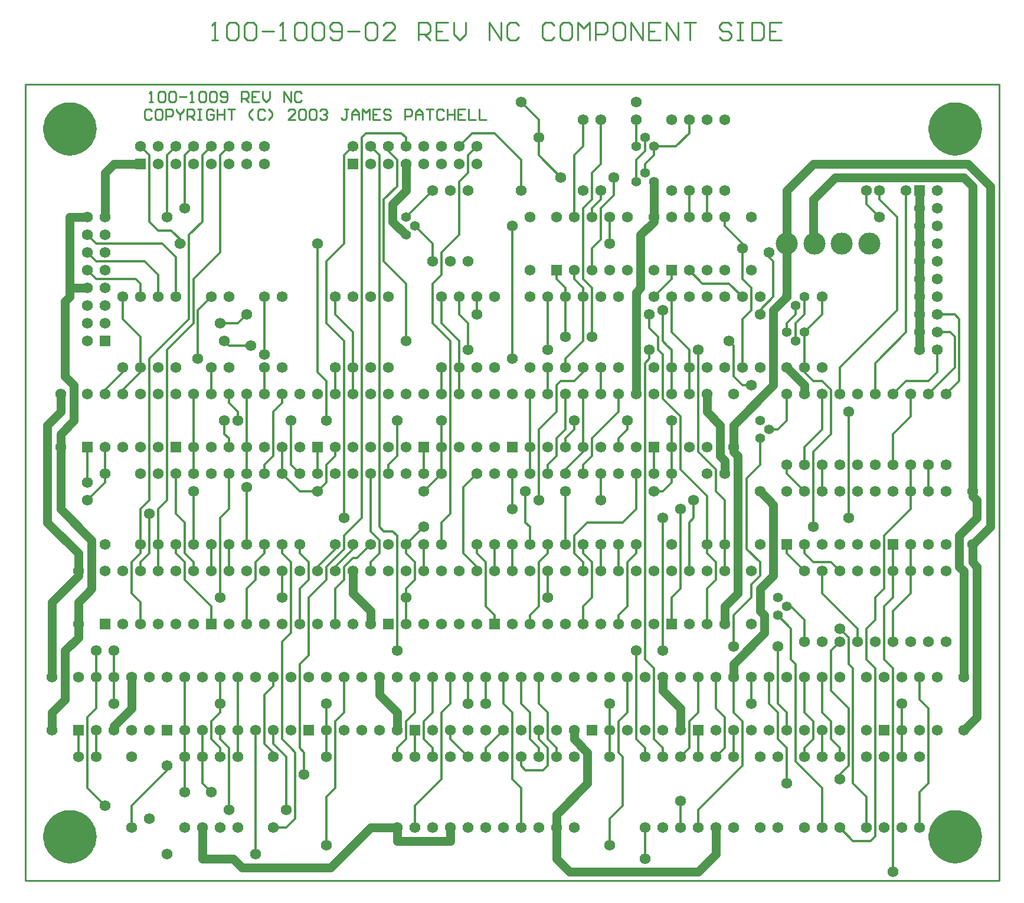
<source format=gtl>
*%FSLAX23Y23*%
*%MOIN*%
G01*
%ADD11C,0.006*%
%ADD12C,0.007*%
%ADD13C,0.008*%
%ADD14C,0.010*%
%ADD15C,0.012*%
%ADD16C,0.020*%
%ADD17C,0.032*%
%ADD18C,0.036*%
%ADD19C,0.050*%
%ADD20C,0.052*%
%ADD21C,0.055*%
%ADD22C,0.056*%
%ADD23C,0.059*%
%ADD24C,0.062*%
%ADD25C,0.066*%
%ADD26C,0.070*%
%ADD27C,0.090*%
%ADD28C,0.125*%
%ADD29C,0.129*%
%ADD30C,0.140*%
%ADD31C,0.160*%
%ADD32C,0.250*%
%ADD33R,0.062X0.062*%
%ADD34R,0.066X0.066*%
D14*
X7534Y9853D02*
X7524Y9863D01*
X7504D01*
X7494Y9853D01*
Y9813D01*
X7504Y9803D01*
X7524D01*
X7534Y9813D01*
X7564Y9863D02*
X7584D01*
X7564D02*
X7554Y9853D01*
Y9813D01*
X7564Y9803D01*
X7584D01*
X7594Y9813D01*
Y9853D01*
X7584Y9863D01*
X7614D02*
Y9803D01*
Y9863D02*
X7644D01*
X7654Y9853D01*
Y9833D01*
X7644Y9823D01*
X7614D01*
X7674Y9853D02*
Y9863D01*
Y9853D02*
X7694Y9833D01*
X7714Y9853D01*
Y9863D01*
X7694Y9833D02*
Y9803D01*
X7734D02*
Y9863D01*
X7764D01*
X7774Y9853D01*
Y9833D01*
X7764Y9823D01*
X7734D01*
X7754D02*
X7774Y9803D01*
X7794Y9863D02*
X7814D01*
X7804D01*
Y9803D01*
X7794D01*
X7814D01*
X7874Y9863D02*
X7884Y9853D01*
X7874Y9863D02*
X7854D01*
X7844Y9853D01*
Y9813D01*
X7854Y9803D01*
X7874D01*
X7884Y9813D01*
Y9833D01*
X7864D01*
X7904Y9863D02*
Y9803D01*
Y9833D01*
X7944D01*
Y9863D01*
Y9803D01*
X7964Y9863D02*
X8004D01*
X7984D01*
Y9803D01*
X8084Y9823D02*
X8104Y9803D01*
X8084Y9823D02*
Y9843D01*
X8104Y9863D01*
X8164D02*
X8174Y9853D01*
X8164Y9863D02*
X8144D01*
X8134Y9853D01*
Y9813D01*
X8144Y9803D01*
X8164D01*
X8174Y9813D01*
X8194Y9803D02*
X8214Y9823D01*
Y9843D01*
X8194Y9863D01*
X8304Y9803D02*
X8344D01*
X8304D02*
X8344Y9843D01*
Y9853D01*
X8334Y9863D01*
X8314D01*
X8304Y9853D01*
X8364D02*
X8374Y9863D01*
X8394D01*
X8404Y9853D01*
Y9813D01*
X8394Y9803D01*
X8374D01*
X8364Y9813D01*
Y9853D01*
X8424D02*
X8434Y9863D01*
X8454D01*
X8464Y9853D01*
Y9813D01*
X8454Y9803D01*
X8434D01*
X8424Y9813D01*
Y9853D01*
X8484D02*
X8494Y9863D01*
X8514D01*
X8524Y9853D01*
Y9843D01*
X8525D01*
X8524D02*
X8525D01*
X8524D02*
X8525D01*
X8524D02*
X8514Y9833D01*
X8504D01*
X8514D01*
X8524Y9823D01*
Y9813D01*
X8514Y9803D01*
X8494D01*
X8484Y9813D01*
X8624Y9863D02*
X8644D01*
X8634D02*
X8624D01*
X8634D02*
Y9813D01*
X8624Y9803D01*
X8614D01*
X8604Y9813D01*
X8664Y9803D02*
Y9843D01*
X8684Y9863D01*
X8704Y9843D01*
Y9803D01*
Y9833D01*
X8664D01*
X8724Y9803D02*
Y9863D01*
X8744Y9843D01*
X8764Y9863D01*
Y9803D01*
X8784Y9863D02*
X8824D01*
X8784D02*
Y9803D01*
X8824D01*
X8804Y9833D02*
X8784D01*
X8874Y9863D02*
X8884Y9853D01*
X8874Y9863D02*
X8854D01*
X8844Y9853D01*
Y9843D01*
X8854Y9833D01*
X8874D01*
X8884Y9823D01*
Y9813D01*
X8874Y9803D01*
X8854D01*
X8844Y9813D01*
X8964Y9803D02*
Y9863D01*
X8994D01*
X9004Y9853D01*
Y9833D01*
X8994Y9823D01*
X8964D01*
X9024Y9803D02*
Y9843D01*
X9043Y9863D01*
X9063Y9843D01*
Y9803D01*
Y9833D01*
X9024D01*
X9083Y9863D02*
X9123D01*
X9103D01*
Y9803D01*
X9173Y9863D02*
X9183Y9853D01*
X9173Y9863D02*
X9153D01*
X9143Y9853D01*
Y9813D01*
X9153Y9803D01*
X9173D01*
X9183Y9813D01*
X9203Y9803D02*
Y9863D01*
Y9833D02*
Y9803D01*
Y9833D02*
X9243D01*
Y9863D01*
Y9803D01*
X9263Y9863D02*
X9303D01*
X9263D02*
Y9803D01*
X9303D01*
X9283Y9833D02*
X9263D01*
X9323Y9863D02*
Y9803D01*
X9363D01*
X9383D02*
Y9863D01*
Y9803D02*
X9423D01*
X7539Y9903D02*
X7519D01*
X7529D02*
X7539D01*
X7529D02*
Y9963D01*
X7530D01*
X7529D02*
X7519Y9953D01*
X7569D02*
X7579Y9963D01*
X7599D01*
X7609Y9953D01*
Y9913D01*
X7599Y9903D01*
X7579D01*
X7569Y9913D01*
Y9953D01*
X7629D02*
X7639Y9963D01*
X7659D01*
X7669Y9953D01*
Y9913D01*
X7659Y9903D01*
X7639D01*
X7629Y9913D01*
Y9953D01*
X7689Y9933D02*
X7729D01*
X7749Y9903D02*
X7769D01*
X7759D01*
Y9963D01*
X7760D01*
X7759D02*
X7749Y9953D01*
X7799D02*
X7809Y9963D01*
X7829D01*
X7839Y9953D01*
Y9913D01*
X7829Y9903D01*
X7809D01*
X7799Y9913D01*
Y9953D01*
X7859D02*
X7869Y9963D01*
X7889D01*
X7899Y9953D01*
Y9913D01*
X7889Y9903D01*
X7869D01*
X7859Y9913D01*
Y9953D01*
X7919Y9913D02*
X7929Y9903D01*
X7949D01*
X7959Y9913D01*
Y9953D01*
X7949Y9963D01*
X7929D01*
X7919Y9953D01*
Y9943D01*
X7929Y9933D01*
X7959D01*
X8039Y9903D02*
Y9963D01*
X8069D01*
X8079Y9953D01*
Y9933D01*
X8069Y9923D01*
X8039D01*
X8059D02*
X8079Y9903D01*
X8099Y9963D02*
X8139D01*
X8099D02*
Y9903D01*
X8139D01*
X8119Y9933D02*
X8099D01*
X8159Y9923D02*
Y9963D01*
Y9923D02*
X8179Y9903D01*
X8199Y9923D01*
Y9963D01*
X8279D02*
Y9903D01*
X8319D02*
X8279Y9963D01*
X8319D02*
Y9903D01*
X8379Y9953D02*
X8369Y9963D01*
X8349D01*
X8339Y9953D01*
Y9913D01*
X8349Y9903D01*
X8369D01*
X8379Y9913D01*
X7907Y10253D02*
X7874D01*
X7891D02*
X7907D01*
X7891D02*
Y10353D01*
X7892D01*
X7891D02*
X7874Y10336D01*
X7957D02*
X7974Y10353D01*
X8007D01*
X8024Y10336D01*
Y10270D01*
X8007Y10253D01*
X7974D01*
X7957Y10270D01*
Y10336D01*
X8057D02*
X8074Y10353D01*
X8107D01*
X8124Y10336D01*
Y10270D01*
X8107Y10253D01*
X8074D01*
X8057Y10270D01*
Y10336D01*
X8157Y10303D02*
X8224D01*
X8257Y10253D02*
X8291D01*
X8274D01*
Y10353D01*
X8275D01*
X8274D02*
X8257Y10336D01*
X8341D02*
X8357Y10353D01*
X8390D01*
X8407Y10336D01*
Y10270D01*
X8390Y10253D01*
X8357D01*
X8341Y10270D01*
Y10336D01*
X8440D02*
X8457Y10353D01*
X8490D01*
X8507Y10336D01*
Y10270D01*
X8490Y10253D01*
X8457D01*
X8440Y10270D01*
Y10336D01*
X8540Y10270D02*
X8557Y10253D01*
X8590D01*
X8607Y10270D01*
Y10336D01*
X8590Y10353D01*
X8557D01*
X8540Y10336D01*
Y10320D01*
X8557Y10303D01*
X8607D01*
X8640D02*
X8707D01*
X8740Y10336D02*
X8757Y10353D01*
X8790D01*
X8807Y10336D01*
Y10270D01*
X8790Y10253D01*
X8757D01*
X8740Y10270D01*
Y10336D01*
X8840Y10253D02*
X8907D01*
X8840D02*
X8907Y10320D01*
Y10336D01*
X8890Y10353D01*
X8857D01*
X8840Y10336D01*
X9040Y10353D02*
Y10253D01*
Y10353D02*
X9090D01*
X9107Y10336D01*
Y10303D01*
X9090Y10286D01*
X9040D01*
X9074D02*
X9107Y10253D01*
X9140Y10353D02*
X9207D01*
X9140D02*
Y10253D01*
X9207D01*
X9174Y10303D02*
X9140D01*
X9240Y10286D02*
Y10353D01*
Y10286D02*
X9274Y10253D01*
X9307Y10286D01*
Y10353D01*
X9440D02*
Y10253D01*
X9507D02*
X9440Y10353D01*
X9507D02*
Y10253D01*
X9607Y10336D02*
X9590Y10353D01*
X9557D01*
X9540Y10336D01*
Y10270D01*
X9557Y10253D01*
X9590D01*
X9607Y10270D01*
X9790Y10353D02*
X9807Y10336D01*
X9790Y10353D02*
X9757D01*
X9740Y10336D01*
Y10270D01*
X9757Y10253D01*
X9790D01*
X9807Y10270D01*
X9857Y10353D02*
X9890D01*
X9857D02*
X9840Y10336D01*
Y10270D01*
X9857Y10253D01*
X9890D01*
X9907Y10270D01*
Y10336D01*
X9890Y10353D01*
X9940D02*
Y10253D01*
X9973Y10320D02*
X9940Y10353D01*
X9973Y10320D02*
X10007Y10353D01*
Y10253D01*
X10040D02*
Y10353D01*
X10090D01*
X10107Y10336D01*
Y10303D01*
X10090Y10286D01*
X10040D01*
X10157Y10353D02*
X10190D01*
X10157D02*
X10140Y10336D01*
Y10270D01*
X10157Y10253D01*
X10190D01*
X10207Y10270D01*
Y10336D01*
X10190Y10353D01*
X10240D02*
Y10253D01*
X10307D02*
X10240Y10353D01*
X10307D02*
Y10253D01*
X10340Y10353D02*
X10407D01*
X10340D02*
Y10253D01*
X10407D01*
X10373Y10303D02*
X10340D01*
X10440Y10253D02*
Y10353D01*
X10506Y10253D01*
Y10353D01*
X10540D02*
X10606D01*
X10573D01*
Y10253D01*
X10790Y10353D02*
X10806Y10336D01*
X10790Y10353D02*
X10756D01*
X10740Y10336D01*
Y10320D01*
X10756Y10303D01*
X10790D01*
X10806Y10286D01*
Y10270D01*
X10790Y10253D01*
X10756D01*
X10740Y10270D01*
X10840Y10353D02*
X10873D01*
X10856D01*
Y10253D01*
X10840D01*
X10873D01*
X10923D02*
Y10353D01*
Y10253D02*
X10973D01*
X10990Y10270D01*
Y10336D01*
X10973Y10353D01*
X10923D01*
X11023D02*
X11090D01*
X11023D02*
Y10253D01*
X11090D01*
X11056Y10303D02*
X11023D01*
X12319Y5503D02*
X6819D01*
Y10003D02*
X12319D01*
Y5503D01*
X6819D02*
Y10003D01*
D15*
X7619Y6128D02*
X7419Y5928D01*
X11669Y7453D02*
X11819Y7603D01*
X11919Y8253D02*
X12069Y8403D01*
X10169Y8153D02*
X10019Y8003D01*
X7744Y8678D02*
X7519Y8453D01*
X7619Y8503D02*
X7769Y8653D01*
Y8903D02*
X7894Y9028D01*
X11619Y8428D02*
X11794Y8603D01*
X11744Y8728D02*
X11419Y8403D01*
X9119Y9403D02*
X8969Y9253D01*
X9169Y6078D02*
X9019Y5928D01*
X10619Y5903D02*
X10869Y6153D01*
X11519Y6928D02*
X11319Y7128D01*
X11169Y6178D02*
X11319Y6028D01*
X7869Y7053D02*
X7719Y7203D01*
X10519Y7828D02*
X10669Y7678D01*
X9844Y9478D02*
X9719Y9603D01*
X9619Y9578D02*
X9469Y9728D01*
X8844Y9003D02*
X8969Y8878D01*
X8294Y5803D02*
X8219D01*
X11494Y5728D02*
X11594D01*
X7119Y6203D02*
Y6353D01*
X7169Y6428D02*
Y6028D01*
Y7753D02*
Y7953D01*
X7219Y6478D02*
X7169Y6428D01*
Y7653D02*
X7269Y7753D01*
X7169Y6028D02*
X7269Y5928D01*
X7219Y9103D02*
X7169Y9153D01*
Y9053D02*
X7219Y9003D01*
X7169Y8953D02*
X7219Y8903D01*
Y6353D02*
Y6203D01*
X7319Y6653D02*
Y6803D01*
Y6653D02*
Y6503D01*
X7219Y6653D02*
Y6803D01*
Y6653D02*
Y6478D01*
X7369Y8253D02*
Y8278D01*
Y8378D02*
Y8403D01*
X7269Y8278D02*
Y8253D01*
X7369Y8678D02*
Y8803D01*
X7269Y7953D02*
Y7803D01*
Y7753D01*
X7369Y8278D02*
X7469Y8378D01*
X7369D02*
X7269Y8278D01*
X7469Y8578D02*
X7369Y8678D01*
X9644Y6128D02*
X9744D01*
X7419Y5928D02*
Y5803D01*
X7469Y8378D02*
Y8403D01*
Y8578D01*
X7569Y8803D02*
Y8928D01*
X7469Y8878D02*
Y8803D01*
X7419Y7303D02*
Y7128D01*
X7469Y7078D02*
Y6953D01*
X7519Y7653D02*
Y8453D01*
X7469Y7403D02*
Y7353D01*
Y7403D02*
Y7603D01*
X7569Y7403D02*
Y7253D01*
Y7403D02*
Y7603D01*
X7519Y7578D02*
Y7353D01*
X7469Y7303D02*
Y7253D01*
X7519Y9228D02*
Y9603D01*
X7469Y7353D02*
X7419Y7303D01*
X7469Y7603D02*
X7519Y7653D01*
X7569Y7603D02*
X7619Y7653D01*
X7519Y7353D02*
X7469Y7303D01*
X7569Y8928D02*
X7494Y9003D01*
X7444Y8903D02*
X7469Y8878D01*
X7419Y7128D02*
X7469Y7078D01*
X7544Y9203D02*
X7519Y9228D01*
X7544Y9203D02*
X7569Y9178D01*
X7519Y9603D02*
X7469Y9653D01*
X7619Y6153D02*
Y6128D01*
X7719Y6353D02*
Y6653D01*
Y6353D02*
Y6203D01*
Y6003D01*
X7769Y7953D02*
Y8253D01*
Y7953D02*
Y7803D01*
X7669Y8803D02*
Y9028D01*
X7744Y9153D02*
Y8678D01*
X7619Y8503D02*
Y7653D01*
X7769Y8653D02*
Y8903D01*
Y7703D02*
Y7403D01*
X7719Y7303D02*
Y7203D01*
X7669Y7353D02*
Y7403D01*
X7719Y9303D02*
Y9603D01*
X7619D02*
Y9253D01*
X7669Y7803D02*
Y7578D01*
X7719Y7528D02*
Y7353D01*
X7769Y7303D02*
Y7253D01*
X7744Y9153D02*
X7819Y9228D01*
X7719Y9603D02*
X7769Y9653D01*
X7669D02*
X7619Y9603D01*
Y9078D02*
X7669Y9028D01*
X7619Y9078D02*
X7594Y9103D01*
X7669Y7353D02*
X7719Y7303D01*
Y9103D02*
X7644Y9178D01*
X7669Y7578D02*
X7719Y7528D01*
Y7353D02*
X7769Y7303D01*
X7919Y6653D02*
Y6503D01*
X7969Y6253D02*
Y5903D01*
X7919Y6303D02*
Y6353D01*
X7869Y6303D02*
Y6403D01*
X7919Y6453D02*
Y6503D01*
Y6253D02*
Y6203D01*
X7819D02*
Y6353D01*
Y6203D02*
Y6053D01*
X7969Y7253D02*
Y7403D01*
X7869D02*
Y7253D01*
Y8253D02*
Y8403D01*
X7794Y8453D02*
Y8728D01*
X7819Y9228D02*
Y9603D01*
X7919D02*
Y9053D01*
Y7553D02*
Y7103D01*
X7969Y7603D02*
Y7803D01*
X7869Y7053D02*
Y6953D01*
X7969Y8203D02*
Y8253D01*
Y8003D02*
Y7953D01*
X7944Y8028D02*
Y8103D01*
X7919Y6453D02*
X7869Y6403D01*
X7794Y8728D02*
X7869Y8803D01*
X7819Y9603D02*
X7869Y9653D01*
X7919Y9053D02*
X7894Y9028D01*
X7919Y9603D02*
X7969Y9653D01*
Y7603D02*
X7919Y7553D01*
Y6303D02*
X7969Y6253D01*
X7919D02*
X7869Y6303D01*
X7819Y6053D02*
X7869Y6003D01*
X7969Y8528D02*
X7944Y8553D01*
X7969Y8203D02*
X8019Y8153D01*
X7944Y8028D02*
X7969Y8003D01*
X8019Y6353D02*
Y6203D01*
Y6353D02*
Y6653D01*
X8119Y6353D02*
Y5653D01*
Y7203D02*
Y7303D01*
X8069Y7153D02*
Y6953D01*
Y7953D02*
Y8253D01*
Y7953D02*
Y7803D01*
Y7728D02*
Y7403D01*
X8019Y8103D02*
Y8153D01*
X8169Y7353D02*
X8119Y7303D01*
Y7203D02*
X8069Y7153D01*
X8019Y8653D02*
X8044Y8678D01*
X8069Y8703D01*
X8294Y6203D02*
Y5903D01*
X8219Y6278D02*
Y6353D01*
X8169Y6303D02*
Y6553D01*
Y6303D02*
Y6278D01*
X8219Y6228D02*
Y6203D01*
Y6603D02*
Y6653D01*
X8319Y6903D02*
Y7303D01*
X8269Y6853D02*
Y6303D01*
X8344Y6228D02*
Y5853D01*
X8169Y7353D02*
Y7403D01*
X8269Y7253D02*
Y7103D01*
Y7803D02*
Y7953D01*
X8219Y7903D02*
Y8153D01*
X8169Y7853D02*
Y7803D01*
X8269Y8203D02*
Y8253D01*
X8169D02*
Y8403D01*
X8269Y7403D02*
Y7353D01*
X8319Y7853D02*
Y8103D01*
X8169Y8478D02*
Y8803D01*
X8219Y6603D02*
X8169Y6553D01*
X8269Y6853D02*
X8319Y6903D01*
X8344Y5853D02*
X8294Y5803D01*
X8219Y8153D02*
X8269Y8203D01*
X8219Y7903D02*
X8169Y7853D01*
X8219Y6278D02*
X8294Y6203D01*
X8219Y6228D02*
X8169Y6278D01*
X8319Y7303D02*
X8269Y7353D01*
Y6303D02*
X8319Y6253D01*
X8344Y6228D01*
X8369Y7703D02*
X8269Y7803D01*
X8319Y7853D02*
X8369Y7803D01*
X11119Y7053D02*
X11144D01*
X8519Y6353D02*
Y6203D01*
Y6353D02*
Y6503D01*
Y5978D02*
Y5703D01*
X8469Y7253D02*
Y7278D01*
X8419Y7303D02*
Y7203D01*
X8369Y7153D02*
Y6953D01*
Y7353D02*
Y7403D01*
X8469Y7803D02*
Y7953D01*
X8519Y8653D02*
Y9003D01*
Y7853D02*
Y7753D01*
X8394Y6228D02*
Y6103D01*
X8369Y6253D02*
Y6728D01*
X8419Y6778D02*
Y7103D01*
X8519Y7203D02*
Y7278D01*
X8469Y8378D02*
Y9103D01*
X8519Y8328D02*
Y8103D01*
X8569Y6028D02*
X8519Y5978D01*
X8469Y7278D02*
X8569Y7378D01*
X8419Y7203D02*
X8369Y7153D01*
X8519Y9003D02*
X8619Y9103D01*
X8569Y7903D02*
X8519Y7853D01*
Y7753D02*
X8469Y7703D01*
X8419Y6778D02*
X8369Y6728D01*
X8419Y7103D02*
X8519Y7203D01*
Y7278D02*
X8619Y7378D01*
X8419Y7303D02*
X8369Y7353D01*
X8619Y8553D02*
X8519Y8653D01*
X8369Y6253D02*
X8394Y6228D01*
X8494Y8353D02*
X8469Y8378D01*
X8494Y8353D02*
X8519Y8328D01*
X11269Y7303D02*
X11369D01*
X8694Y7328D02*
X8669D01*
X8569Y6403D02*
Y6028D01*
X8619Y6453D02*
Y6653D01*
X8569Y7253D02*
Y7278D01*
X8669Y7378D02*
Y7403D01*
X8569D02*
Y7378D01*
X8619Y7553D02*
Y8553D01*
Y9103D02*
Y9603D01*
X8569Y8803D02*
Y8703D01*
Y8403D02*
Y8253D01*
X8669D02*
Y8403D01*
Y8603D01*
X8569Y7953D02*
Y7903D01*
X8619Y7278D02*
Y7203D01*
X8569Y7153D02*
Y6953D01*
X8619Y7378D02*
Y7428D01*
Y7453D01*
X8719Y7553D02*
Y9703D01*
X8619Y6453D02*
X8569Y6403D01*
X8619Y9603D02*
X8669Y9653D01*
Y7378D02*
X8569Y7278D01*
X8619D02*
X8669Y7328D01*
X8619Y7203D02*
X8569Y7153D01*
X8694Y7328D02*
X8769Y7403D01*
X8619Y7453D02*
X8719Y7553D01*
Y9703D02*
X8744Y9728D01*
X8569Y8703D02*
X8669Y8603D01*
X10044Y7528D02*
X10194D01*
X10044D02*
X9994D01*
X8894Y7478D02*
X8844D01*
X8919Y6253D02*
Y6203D01*
X8869Y9628D02*
Y9653D01*
X8819Y9603D02*
Y9578D01*
X8919D02*
Y9428D01*
X8844Y9353D02*
Y9003D01*
X8819Y9578D02*
Y7503D01*
X8919Y7453D02*
Y6803D01*
X8769Y7478D02*
Y7803D01*
X8819Y7428D02*
Y7353D01*
X8769Y7303D02*
Y7253D01*
X8919Y7903D02*
Y8103D01*
X8869Y7853D02*
Y7803D01*
X8969Y6303D02*
X8919Y6253D01*
X8844Y9353D02*
X8919Y9428D01*
X8819Y7353D02*
X8769Y7303D01*
X8869Y7853D02*
X8919Y7903D01*
Y9578D02*
X8869Y9628D01*
X8819Y9603D02*
X8769Y9653D01*
X8944Y9728D02*
X8969Y9703D01*
X8819Y7503D02*
X8844Y7478D01*
X8894D02*
X8919Y7453D01*
X8794D02*
X8769Y7478D01*
X8794Y7453D02*
X8819Y7428D01*
X10369Y7703D02*
X10419D01*
X8469D02*
X8369D01*
X8969Y7103D02*
Y6953D01*
X9019Y6353D02*
Y6203D01*
X9069Y6303D02*
Y6403D01*
X9119Y6453D02*
Y6653D01*
X8969Y6403D02*
Y6303D01*
X9019Y6453D02*
Y6653D01*
X9119Y6253D02*
Y6203D01*
X9069Y7253D02*
Y7403D01*
X9019Y7303D02*
Y7203D01*
X8969Y7153D02*
Y6953D01*
Y7353D02*
Y7403D01*
X9119Y9003D02*
Y9103D01*
X8969Y9653D02*
Y9703D01*
Y8878D02*
Y8553D01*
X9119Y8653D02*
Y8878D01*
X9069Y7953D02*
Y7803D01*
X9019Y5928D02*
Y5803D01*
X9069Y6403D02*
X9119Y6453D01*
X9019D02*
X8969Y6403D01*
Y7153D02*
X9019Y7203D01*
X9069Y7703D02*
X9169Y7803D01*
X9069Y7503D02*
X8969Y7403D01*
X9119Y8878D02*
X9169Y8928D01*
X9069Y6303D02*
X9119Y6253D01*
X9019Y7303D02*
X8969Y7353D01*
X9119Y9103D02*
X9019Y9203D01*
X9119Y8653D02*
X9219Y8553D01*
Y6353D02*
Y6303D01*
X9319Y6503D02*
Y6653D01*
X9169Y8253D02*
Y8403D01*
X9269Y8703D02*
Y8803D01*
X9169Y7953D02*
Y7803D01*
Y7953D02*
Y8103D01*
X9319Y9503D02*
Y9603D01*
X9169Y7528D02*
Y7403D01*
X9319Y8503D02*
Y8653D01*
X9269Y9153D02*
Y9453D01*
X9169Y9053D02*
Y8928D01*
X9219Y8553D02*
Y7578D01*
X9169Y8653D02*
Y8803D01*
X9269Y8403D02*
Y8253D01*
Y8403D02*
Y8553D01*
X9294Y7728D02*
Y7353D01*
X9169Y6453D02*
Y6078D01*
X9219Y6503D02*
Y6653D01*
X9169Y7528D02*
X9219Y7578D01*
X9269Y9453D02*
X9319Y9503D01*
Y9603D02*
X9369Y9653D01*
X9344Y9728D02*
X9269Y9653D01*
Y9153D02*
X9169Y9053D01*
X9369Y7803D02*
X9294Y7728D01*
X9219Y6503D02*
X9169Y6453D01*
X9219Y6303D02*
X9319Y6203D01*
Y8653D02*
X9269Y8703D01*
X9169Y8653D02*
X9269Y8553D01*
X9294Y7353D02*
X9369Y7278D01*
X11019Y8053D02*
X11069D01*
X9419Y6253D02*
Y6203D01*
Y6503D02*
Y6653D01*
X9469Y7253D02*
Y7403D01*
X9419Y7303D02*
Y7053D01*
X9369Y7353D02*
Y7403D01*
X9469Y7003D02*
Y6953D01*
X9369Y8703D02*
Y8803D01*
Y7278D02*
Y7253D01*
X9519Y6653D02*
Y6503D01*
Y6353D02*
X9419Y6253D01*
X9469Y7003D02*
X9419Y7053D01*
Y7303D02*
X9369Y7353D01*
X9519Y6503D02*
X9569Y6453D01*
X11794Y8328D02*
X11919D01*
X11319D02*
X11269D01*
X9919D02*
X9844D01*
X10869Y8303D02*
X10919D01*
X9719Y6653D02*
Y6503D01*
X9669Y6453D02*
Y6303D01*
X9619Y6503D02*
Y6653D01*
X9719Y6253D02*
Y6203D01*
X9619D02*
Y6153D01*
X9719Y6303D02*
Y6353D01*
X9569Y7253D02*
Y7403D01*
X9669Y7953D02*
Y8253D01*
Y7953D02*
Y7803D01*
X9719Y7303D02*
Y7053D01*
X9669Y7003D02*
Y6953D01*
X9569Y7603D02*
Y7803D01*
Y8453D02*
Y9203D01*
X9719Y9703D02*
Y9803D01*
Y9703D02*
Y9603D01*
X9619Y9578D02*
Y9403D01*
X9719Y8053D02*
Y7653D01*
X9644Y7703D02*
Y7528D01*
X9669Y7503D02*
Y7403D01*
X9619Y6028D02*
Y5803D01*
X9569Y6078D02*
Y6453D01*
X9669Y7003D02*
X9719Y7053D01*
Y7303D02*
X9769Y7353D01*
X9719Y8053D02*
X9819Y8153D01*
X9719Y6503D02*
X9769Y6453D01*
X9669Y6303D02*
X9719Y6253D01*
X9669Y6453D02*
X9619Y6503D01*
X9719Y6303D02*
X9769Y6253D01*
X9644Y6128D02*
X9619Y6153D01*
X9719Y9803D02*
X9619Y9903D01*
X9644Y7528D02*
X9669Y7503D01*
X9569Y6078D02*
X9619Y6028D01*
X11969Y8603D02*
X12044D01*
X8094Y8528D02*
X7969D01*
X9769Y6453D02*
Y6303D01*
X9819Y6253D02*
Y6203D01*
X9769Y6153D02*
Y6253D01*
Y7103D02*
Y7253D01*
X9819Y7903D02*
Y8003D01*
X9869Y8053D02*
Y8253D01*
X9769Y7853D02*
Y7803D01*
X9869D02*
Y7828D01*
X9769Y8253D02*
Y8403D01*
X9919Y8103D02*
Y8053D01*
X9869Y8003D02*
Y7953D01*
X9769Y7403D02*
Y7353D01*
X9919Y9253D02*
Y9603D01*
X9819Y8953D02*
Y8903D01*
X9919D02*
Y8953D01*
X9819Y8303D02*
Y8153D01*
X9869Y8803D02*
Y8853D01*
Y8803D02*
Y8578D01*
X9769Y8503D02*
Y8803D01*
X9869Y8453D02*
Y8403D01*
Y7703D02*
Y7403D01*
X9919Y7353D02*
Y7453D01*
X9769Y6153D02*
X9744Y6128D01*
X9769Y7853D02*
X9819Y7903D01*
Y8003D02*
X9869Y8053D01*
X9969Y7928D02*
X9869Y7828D01*
Y8003D02*
X9919Y8053D01*
Y9603D02*
X9969Y9653D01*
X9844Y8328D02*
X9819Y8303D01*
X9919Y8328D02*
X9969Y8378D01*
X9869Y8453D02*
X9969Y8553D01*
X9994Y7528D02*
X9919Y7453D01*
X9769Y6303D02*
X9819Y6253D01*
X9869Y8853D02*
X9819Y8903D01*
X9919D02*
X9969Y8853D01*
X9919Y7353D02*
X9969Y7303D01*
X11969Y8703D02*
X12069D01*
X8019Y8653D02*
X7919D01*
X10119Y5853D02*
Y5703D01*
Y6203D02*
Y6353D01*
Y6503D01*
X10069Y7253D02*
Y7403D01*
X10019Y7303D02*
Y7103D01*
X9969Y7353D02*
Y7403D01*
Y7053D02*
Y6953D01*
Y7953D02*
Y8253D01*
Y7953D02*
Y7928D01*
X10019Y7903D02*
Y8003D01*
X9969Y7853D02*
Y7803D01*
X10069Y8253D02*
Y8403D01*
Y7803D02*
Y7653D01*
X9969Y9653D02*
Y9803D01*
X10069Y9403D02*
Y9353D01*
X10019Y9303D02*
Y9253D01*
X9969Y9303D02*
Y8903D01*
X10019Y9353D02*
Y9503D01*
X10069Y9553D02*
Y9803D01*
X10119Y9253D02*
Y9103D01*
X10069Y9128D02*
Y9303D01*
X10019Y9078D02*
Y8953D01*
X9969Y8403D02*
Y8378D01*
X10019Y8578D02*
Y8853D01*
X9969D02*
Y8803D01*
Y8553D01*
Y7303D02*
Y7253D01*
X10194Y5928D02*
X10119Y5853D01*
X9969Y7053D02*
X10019Y7103D01*
X9969Y7853D02*
X10019Y7903D01*
Y9303D02*
X10069Y9353D01*
X10019D02*
X9969Y9303D01*
X10019Y9503D02*
X10044Y9528D01*
X10069Y9553D01*
X10144Y9378D02*
X10069Y9303D01*
Y9128D02*
X10019Y9078D01*
X9969Y7353D02*
X10019Y7303D01*
Y8853D02*
X9969Y8903D01*
X7494Y9003D02*
X7219D01*
Y8903D02*
X7444D01*
X10644Y8878D02*
X10794D01*
X10194Y6203D02*
Y5928D01*
X10169Y6228D02*
Y6403D01*
X10219Y6453D02*
Y6653D01*
X10319Y5803D02*
Y5628D01*
X10269Y6303D02*
Y6803D01*
X10319Y6253D02*
Y6203D01*
X10169Y7253D02*
Y7403D01*
Y8153D02*
Y8253D01*
X10319Y9503D02*
Y9553D01*
X10269Y9578D02*
Y9453D01*
X10319Y9628D02*
Y9703D01*
X10269Y9653D02*
Y9803D01*
X10219Y8103D02*
Y8053D01*
X10169Y8003D02*
Y7953D01*
X10219Y7303D02*
Y7053D01*
X10169Y7003D02*
Y6953D01*
X10269Y7353D02*
Y7403D01*
X10319Y6753D02*
Y8428D01*
X10144Y9378D02*
Y9478D01*
X10269Y7803D02*
Y7603D01*
X10219Y6453D02*
X10169Y6403D01*
X10319Y9553D02*
X10369Y9603D01*
X10319Y9628D02*
X10269Y9578D01*
X10219Y8053D02*
X10169Y8003D01*
X10269Y7353D02*
X10219Y7303D01*
Y7053D02*
X10169Y7003D01*
X10319Y8428D02*
X10344Y8453D01*
X10269Y7603D02*
X10194Y7528D01*
X10169Y6228D02*
X10194Y6203D01*
X10369Y6703D02*
X10319Y6753D01*
X10269Y6303D02*
X10319Y6253D01*
X7594Y9103D02*
X7219D01*
X7569Y9178D02*
X7644D01*
X7694Y9103D02*
X7719D01*
X10369Y6703D02*
Y6303D01*
X10419Y6253D02*
Y6203D01*
Y6803D02*
Y7553D01*
X10369Y7803D02*
Y7953D01*
X10469Y7803D02*
Y7753D01*
Y8603D02*
Y8803D01*
X10369Y9603D02*
Y9653D01*
X10469Y8403D02*
Y8253D01*
Y8403D02*
Y8503D01*
Y7953D02*
Y7803D01*
Y7953D02*
Y8103D01*
Y7103D02*
Y6953D01*
X10394Y8503D02*
Y8578D01*
X10419Y8478D02*
Y8228D01*
X10469Y8903D02*
Y8953D01*
X10344Y8503D02*
Y8453D01*
X10419Y8553D02*
Y8728D01*
X10344Y8703D02*
Y8628D01*
X10469Y7753D02*
X10419Y7703D01*
X10494Y9653D02*
X10569Y9728D01*
X10519Y7153D02*
X10469Y7103D01*
X10369Y8803D02*
X10469Y8903D01*
X10369Y6303D02*
X10419Y6253D01*
X10569Y8503D02*
X10469Y8603D01*
X10444Y8528D02*
X10469Y8503D01*
X10444Y8528D02*
X10419Y8553D01*
X10394Y8578D02*
X10344Y8628D01*
X10394Y8503D02*
X10419Y8478D01*
Y8228D02*
X10519Y8128D01*
Y5953D02*
Y5803D01*
X10619Y6203D02*
Y6353D01*
X10569Y6403D02*
Y6253D01*
X10619Y6453D02*
Y6653D01*
X10569Y8253D02*
Y8403D01*
Y8503D01*
X10669Y9253D02*
Y9403D01*
X10569D02*
Y9253D01*
Y9728D02*
Y9803D01*
X10669Y7153D02*
Y6953D01*
X10519Y7153D02*
Y7603D01*
X10594Y7553D02*
Y7653D01*
X10569Y7528D02*
Y7253D01*
X10519Y7828D02*
Y8128D01*
X10669Y7403D02*
Y7353D01*
Y7403D02*
Y7678D01*
X10619Y7928D02*
Y8503D01*
Y5903D02*
Y5803D01*
X10569Y6403D02*
X10619Y6453D01*
X10569Y6253D02*
X10519Y6203D01*
X10669Y7153D02*
X10719Y7203D01*
X10569Y7528D02*
X10594Y7553D01*
X10669Y7353D02*
X10719Y7303D01*
Y7828D02*
X10619Y7928D01*
X10644Y8878D02*
X10569Y8953D01*
X10769Y9203D02*
Y9253D01*
X10819Y6353D02*
Y6203D01*
X10769Y6253D02*
Y6428D01*
X10719Y6478D02*
Y6653D01*
X10819Y6828D02*
Y7003D01*
X10894Y7378D02*
Y7778D01*
X10869Y8403D02*
Y8678D01*
X10719Y7303D02*
Y7203D01*
Y7703D02*
Y7828D01*
X10769Y7403D02*
Y7253D01*
Y7403D02*
Y7653D01*
X10869Y8903D02*
Y9103D01*
X10819Y8528D02*
Y8353D01*
X10869Y9078D02*
Y9103D01*
Y6403D02*
Y6153D01*
X10819Y6453D02*
Y6653D01*
X10769Y6253D02*
X10719Y6203D01*
X10819Y7003D02*
X10919Y7103D01*
X10894Y7778D02*
X10969Y7853D01*
X10869Y8678D02*
X10919Y8728D01*
X10869Y9103D02*
X10769Y9203D01*
X10719Y6478D02*
X10769Y6428D01*
X10969Y7303D02*
X10894Y7378D01*
X10769Y7653D02*
X10719Y7703D01*
X10919Y8853D02*
X10869Y8903D01*
X10794Y8878D02*
X10869Y8803D01*
X10794Y8553D02*
X10819Y8528D01*
Y8353D02*
X10869Y8303D01*
X10819Y6453D02*
X10869Y6403D01*
X10494Y9653D02*
X10369D01*
X9469Y9728D02*
X9344D01*
X8919D02*
X8744D01*
X8919D02*
X8944D01*
X11069Y6453D02*
Y6328D01*
Y6303D01*
X11019Y6503D02*
Y6653D01*
X10919Y7103D02*
Y7178D01*
X10969Y7228D02*
Y7303D01*
Y7853D02*
Y8003D01*
X11069Y6828D02*
Y6503D01*
X10919D02*
Y6653D01*
Y8728D02*
Y8853D01*
X10969Y8728D02*
Y8703D01*
X11044Y8803D02*
Y9003D01*
X11019Y9028D02*
Y9053D01*
X10969Y7228D02*
X10919Y7178D01*
X11069Y8053D02*
X11119Y8103D01*
X10969Y8728D02*
X11044Y8803D01*
X11019Y6503D02*
X11069Y6453D01*
Y6303D02*
X11119Y6253D01*
Y6453D02*
X11069Y6503D01*
X11144Y6928D02*
X11069Y7003D01*
X11044Y9003D02*
X11019Y9028D01*
X11219Y6978D02*
Y6928D01*
Y6853D01*
X11119Y7353D02*
Y7403D01*
X11219D02*
Y7353D01*
X11119Y6253D02*
Y6053D01*
X11269Y6303D02*
Y6403D01*
X11219Y6253D02*
Y6203D01*
Y6453D02*
Y6653D01*
X11119Y6453D02*
Y6353D01*
X11144Y6753D02*
Y6928D01*
X11169Y6728D02*
Y6178D01*
X11119Y7803D02*
Y7853D01*
X11219Y8703D02*
Y8803D01*
X11169Y8753D02*
Y8703D01*
Y8653D02*
Y8553D01*
X11119Y8603D02*
Y8653D01*
X11269Y7928D02*
Y7503D01*
X11219Y8403D02*
Y8603D01*
Y8403D02*
Y8378D01*
Y7953D02*
Y7853D01*
X11119Y8103D02*
Y8253D01*
X11269Y6303D02*
X11219Y6253D01*
X11169Y8653D02*
X11219Y8703D01*
X11169D02*
X11119Y8653D01*
X11219Y8603D02*
X11319Y8703D01*
X11369Y8028D02*
X11269Y7928D01*
X11219Y7953D02*
X11319Y8053D01*
X11144Y7053D02*
X11219Y6978D01*
Y7253D02*
X11119Y7353D01*
X11219D02*
X11269Y7303D01*
X11219Y6453D02*
X11269Y6403D01*
X11169Y6728D02*
X11144Y6753D01*
X11219Y7703D02*
X11119Y7803D01*
X11269Y8328D02*
X11219Y8378D01*
X11319Y7253D02*
Y7128D01*
Y6353D02*
Y6203D01*
X11369Y6303D02*
Y6403D01*
X11319Y6453D02*
Y6653D01*
X11419Y6253D02*
Y6203D01*
X11319Y6028D02*
Y5803D01*
X11494Y6053D02*
Y6703D01*
X11469Y6728D02*
Y6878D01*
X11369Y6803D02*
Y6578D01*
X11469Y6478D02*
Y6153D01*
X11419Y6103D02*
Y6078D01*
X11319Y7703D02*
Y7853D01*
Y8703D02*
Y8803D01*
X11369Y8278D02*
Y8028D01*
X11319Y8053D02*
Y8253D01*
X11419D02*
Y8403D01*
X11469Y8153D02*
Y7553D01*
Y6153D02*
X11419Y6103D01*
X11369Y6803D02*
X11419Y6853D01*
Y7253D02*
X11369Y7303D01*
Y6303D02*
X11419Y6253D01*
X11369Y6403D02*
X11319Y6453D01*
X11494Y6053D02*
X11569Y5978D01*
X11494Y6703D02*
X11469Y6728D01*
Y6878D02*
X11419Y6928D01*
X11369Y6578D02*
X11469Y6478D01*
X11419Y5803D02*
X11494Y5728D01*
X11369Y8278D02*
X11319Y8328D01*
X11669Y7053D02*
Y6753D01*
X11519Y6853D02*
Y6928D01*
X11569Y5978D02*
Y5803D01*
X11619Y5753D02*
Y6703D01*
X11569Y6753D02*
Y6928D01*
X11619Y6978D02*
Y7103D01*
X11669Y7153D02*
Y7453D01*
X11619Y8253D02*
Y8428D01*
X11644Y9353D02*
Y9403D01*
X11569D02*
Y9328D01*
X11719Y7103D02*
X11669Y7053D01*
X11619Y5753D02*
X11594Y5728D01*
X11569Y6928D02*
X11619Y6978D01*
Y7103D02*
X11669Y7153D01*
Y6753D02*
X11719Y6703D01*
X11619D02*
X11569Y6753D01*
X11744Y9253D02*
X11644Y9353D01*
X11569Y9328D02*
X11644Y9253D01*
X11869Y6653D02*
Y6528D01*
Y6003D02*
Y5803D01*
X11719Y5553D02*
Y6703D01*
Y7103D02*
Y7253D01*
Y7403D01*
X11819D02*
Y7278D01*
X11719Y7028D02*
Y6853D01*
X11819Y7253D02*
Y7278D01*
Y7253D02*
Y7128D01*
X11769Y6353D02*
Y6203D01*
Y6353D02*
Y6503D01*
X11819Y7703D02*
Y7853D01*
Y7703D02*
Y7603D01*
X11719Y7853D02*
Y8028D01*
X11819Y8128D02*
Y8253D01*
X11794Y8603D02*
Y9403D01*
X11744Y9253D02*
Y8728D01*
X11919Y6053D02*
X11869Y6003D01*
X11719Y7028D02*
X11819Y7128D01*
X11719Y8028D02*
X11819Y8128D01*
X11719Y8253D02*
X11794Y8328D01*
X11869Y6528D02*
X11919Y6478D01*
Y6053D01*
Y7703D02*
Y7853D01*
X12069Y8403D02*
Y8528D01*
Y8578D01*
X11969Y8503D02*
Y8378D01*
X12019Y8253D02*
X12094Y8328D01*
X11969Y8378D02*
X11919Y8328D01*
X12094Y8678D02*
X12069Y8703D01*
X12044Y8603D02*
X12069Y8578D01*
X12094Y8678D02*
Y8328D01*
D19*
X7069Y8803D02*
X7044Y8778D01*
X7094Y8103D02*
X7019Y8028D01*
X7269Y9503D02*
X7319Y9553D01*
X11119Y9403D02*
X11269Y9553D01*
X11394Y9478D02*
X11269Y9353D01*
X12194Y7553D02*
X12094Y7453D01*
X12169Y7403D02*
X12269Y7503D01*
X10994Y6903D02*
X10819Y6728D01*
X10969Y7153D02*
X11044Y7228D01*
X7019Y8153D02*
X6944Y8078D01*
X7194Y7153D02*
X7169Y7128D01*
X7119Y7078D01*
Y6878D02*
X7044Y6803D01*
Y6528D02*
X6969Y6453D01*
Y7078D02*
X7119Y7228D01*
X10294Y9153D02*
X10369Y9228D01*
X11044Y8303D02*
X10819Y8078D01*
X11044Y8728D02*
X11119Y8803D01*
X10844Y7128D02*
X10769Y7053D01*
X12119Y6353D02*
X12194Y6428D01*
X7419Y6478D02*
X7319Y6378D01*
X8894Y9328D02*
X8969Y9403D01*
X10269Y8828D02*
X10294Y8853D01*
X8769Y5803D02*
X8544Y5578D01*
X9819Y5878D02*
X9994Y6053D01*
X10619Y5553D02*
X10719Y5653D01*
X7094Y8303D02*
X7044Y8353D01*
X12144Y9553D02*
X12269Y9428D01*
X12169D02*
X12119Y9478D01*
X12169Y7678D02*
X12194Y7653D01*
X12094Y7278D02*
X12119Y7253D01*
X10994Y7003D02*
X10969Y7028D01*
X11044Y7628D02*
X11019Y7653D01*
X10969Y7703D01*
X10419Y6578D02*
X10519Y6478D01*
X7119Y7353D02*
X6944Y7528D01*
X7019Y7603D02*
X7194Y7428D01*
X8669Y7128D02*
X8769Y7028D01*
X10744Y7903D02*
X10769Y7878D01*
X10744Y8078D02*
X10669Y8153D01*
X10819Y7928D02*
X10844Y7903D01*
X12169Y7303D02*
X12194Y7278D01*
X8919Y6453D02*
X8819Y6553D01*
X11119Y8403D02*
X11219Y8303D01*
X8969Y9153D02*
X8894Y9228D01*
X7994Y5628D02*
X8044Y5578D01*
X9919Y6303D02*
X9994Y6228D01*
X9819Y5628D02*
X9894Y5553D01*
X7994Y5628D02*
X7819D01*
X8044Y5578D02*
X8544D01*
X9894Y5553D02*
X10619D01*
X6944Y7528D02*
Y8078D01*
X6969Y6453D02*
Y6353D01*
Y6653D02*
Y7078D01*
X8919Y5728D02*
X9219D01*
X8919Y5803D02*
X8769D01*
X7069Y8803D02*
Y8853D01*
X7044Y8778D02*
Y8353D01*
X7094Y8303D02*
Y8103D01*
X7019Y8028D02*
Y7953D01*
X7069Y8853D02*
Y9253D01*
X7019Y8253D02*
Y8153D01*
X7119Y7353D02*
Y7253D01*
X7019Y7603D02*
Y7953D01*
X7119Y7078D02*
Y6953D01*
Y6878D01*
X7044Y6803D02*
Y6528D01*
X7119Y7228D02*
Y7253D01*
X7269Y9253D02*
Y9503D01*
X7194Y7428D02*
Y7153D01*
X7319Y6378D02*
Y6353D01*
X7419Y6528D02*
Y6653D01*
Y6528D02*
Y6478D01*
X7819Y5803D02*
Y5628D01*
X8669Y7128D02*
Y7253D01*
X8769Y7028D02*
Y6953D01*
X8819Y6653D02*
Y6553D01*
X8919Y6453D02*
Y6353D01*
X8894Y9228D02*
Y9328D01*
X8919Y5803D02*
Y5728D01*
X8969Y9403D02*
Y9553D01*
X9219Y5803D02*
Y5728D01*
X9919Y6303D02*
Y6353D01*
X9819Y5878D02*
Y5803D01*
Y5628D01*
X9994Y6053D02*
Y6228D01*
X7169Y8853D02*
X7069D01*
X10294D02*
Y9153D01*
X10269Y8828D02*
Y8253D01*
X10419Y6653D02*
Y6578D01*
X10369Y9253D02*
Y9453D01*
Y9253D02*
Y9228D01*
X7169Y9253D02*
X7069D01*
X10519Y6478D02*
Y6353D01*
X10669Y8153D02*
Y8253D01*
X7469Y9553D02*
X7319D01*
X11269D02*
X12144D01*
X12119Y9478D02*
X11394D01*
X10819Y6728D02*
Y6653D01*
X10769Y7803D02*
Y7878D01*
X10744Y7903D02*
Y8078D01*
X10819D02*
Y7953D01*
X10844Y7903D02*
Y7128D01*
X10819Y7928D02*
Y7953D01*
X10769Y7053D02*
Y6953D01*
X10719Y5803D02*
Y5653D01*
X10994Y6903D02*
Y7003D01*
X10969Y7028D02*
Y7153D01*
X11044Y7228D02*
Y7628D01*
Y8303D02*
Y8728D01*
X11269Y9103D02*
Y9353D01*
X11119Y9403D02*
Y9103D01*
Y9028D01*
Y8803D01*
X11219Y8303D02*
Y8253D01*
X11869Y9303D02*
Y9403D01*
Y9303D02*
Y9203D01*
Y9103D01*
Y9003D01*
Y8903D01*
Y8803D01*
Y8703D01*
Y8603D01*
Y8503D01*
X12169Y7703D02*
Y9428D01*
Y7703D02*
Y7678D01*
X12194Y7653D02*
Y7553D01*
X12094Y7453D02*
Y7278D01*
X12119Y7253D02*
Y6653D01*
X12269Y7503D02*
Y9428D01*
X12194Y7278D02*
Y6428D01*
X12169Y7303D02*
Y7403D01*
X11944Y9753D02*
X11945D01*
X11944D02*
X11944Y9743D01*
X11946Y9733D01*
X11948Y9723D01*
X11950Y9713D01*
X11954Y9704D01*
X11958Y9695D01*
X11963Y9686D01*
X11969Y9678D01*
X11975Y9670D01*
X11982Y9663D01*
X11990Y9656D01*
X11998Y9650D01*
X12006Y9645D01*
X12015Y9640D01*
X12025Y9636D01*
X12034Y9633D01*
X12044Y9631D01*
X12054Y9629D01*
X12064Y9628D01*
X12074D01*
X12084Y9629D01*
X12094Y9631D01*
X12104Y9633D01*
X12113Y9636D01*
X12123Y9640D01*
X12132Y9645D01*
X12140Y9650D01*
X12148Y9656D01*
X12156Y9663D01*
X12163Y9670D01*
X12169Y9678D01*
X12175Y9686D01*
X12180Y9695D01*
X12184Y9704D01*
X12188Y9713D01*
X12190Y9723D01*
X12192Y9733D01*
X12194Y9743D01*
X12194Y9753D01*
X12195D01*
X12194D02*
X12194Y9763D01*
X12192Y9773D01*
X12190Y9783D01*
X12188Y9793D01*
X12184Y9802D01*
X12180Y9811D01*
X12175Y9820D01*
X12169Y9828D01*
X12163Y9836D01*
X12156Y9843D01*
X12148Y9850D01*
X12140Y9856D01*
X12132Y9861D01*
X12123Y9866D01*
X12113Y9870D01*
X12104Y9873D01*
X12094Y9875D01*
X12084Y9877D01*
X12074Y9878D01*
X12064D01*
X12054Y9877D01*
X12044Y9875D01*
X12034Y9873D01*
X12025Y9870D01*
X12015Y9866D01*
X12006Y9861D01*
X11998Y9856D01*
X11990Y9850D01*
X11982Y9843D01*
X11975Y9836D01*
X11969Y9828D01*
X11963Y9820D01*
X11958Y9811D01*
X11954Y9802D01*
X11950Y9793D01*
X11948Y9783D01*
X11946Y9773D01*
X11944Y9763D01*
X11944Y9753D01*
X11992D02*
X11993D01*
X11992D02*
X11993Y9744D01*
X11994Y9735D01*
X11997Y9727D01*
X12000Y9718D01*
X12005Y9711D01*
X12010Y9704D01*
X12016Y9697D01*
X12023Y9691D01*
X12030Y9686D01*
X12039Y9682D01*
X12047Y9679D01*
X12056Y9677D01*
X12065Y9676D01*
X12073D01*
X12082Y9677D01*
X12091Y9679D01*
X12099Y9682D01*
X12108Y9686D01*
X12115Y9691D01*
X12122Y9697D01*
X12128Y9704D01*
X12133Y9711D01*
X12138Y9718D01*
X12141Y9727D01*
X12144Y9735D01*
X12145Y9744D01*
X12146Y9753D01*
X12147D01*
X12146D02*
X12145Y9762D01*
X12144Y9771D01*
X12141Y9779D01*
X12138Y9788D01*
X12133Y9795D01*
X12128Y9802D01*
X12122Y9809D01*
X12115Y9815D01*
X12108Y9820D01*
X12099Y9824D01*
X12091Y9827D01*
X12082Y9829D01*
X12073Y9830D01*
X12065D01*
X12056Y9829D01*
X12047Y9827D01*
X12039Y9824D01*
X12030Y9820D01*
X12023Y9815D01*
X12016Y9809D01*
X12010Y9802D01*
X12005Y9795D01*
X12000Y9788D01*
X11997Y9779D01*
X11994Y9771D01*
X11993Y9762D01*
X11992Y9753D01*
X12040D02*
X12041D01*
X12040D02*
X12041Y9747D01*
X12043Y9741D01*
X12046Y9736D01*
X12050Y9731D01*
X12054Y9728D01*
X12060Y9725D01*
X12066Y9724D01*
X12072D01*
X12078Y9725D01*
X12084Y9728D01*
X12088Y9731D01*
X12092Y9736D01*
X12095Y9741D01*
X12097Y9747D01*
X12098Y9753D01*
X12099D01*
X12098D02*
X12097Y9759D01*
X12095Y9765D01*
X12092Y9770D01*
X12088Y9775D01*
X12084Y9778D01*
X12078Y9781D01*
X12072Y9782D01*
X12066D01*
X12060Y9781D01*
X12054Y9778D01*
X12050Y9775D01*
X12046Y9770D01*
X12043Y9765D01*
X12041Y9759D01*
X12040Y9753D01*
X12069D02*
D03*
X11944Y5753D02*
X11945D01*
X11944D02*
X11944Y5743D01*
X11946Y5733D01*
X11948Y5723D01*
X11950Y5713D01*
X11954Y5704D01*
X11958Y5695D01*
X11963Y5686D01*
X11969Y5678D01*
X11975Y5670D01*
X11982Y5663D01*
X11990Y5656D01*
X11998Y5650D01*
X12006Y5645D01*
X12015Y5640D01*
X12025Y5636D01*
X12034Y5633D01*
X12044Y5631D01*
X12054Y5629D01*
X12064Y5628D01*
X12074D01*
X12084Y5629D01*
X12094Y5631D01*
X12104Y5633D01*
X12113Y5636D01*
X12123Y5640D01*
X12132Y5645D01*
X12140Y5650D01*
X12148Y5656D01*
X12156Y5663D01*
X12163Y5670D01*
X12169Y5678D01*
X12175Y5686D01*
X12180Y5695D01*
X12184Y5704D01*
X12188Y5713D01*
X12190Y5723D01*
X12192Y5733D01*
X12194Y5743D01*
X12194Y5753D01*
X12195D01*
X12194D02*
X12194Y5763D01*
X12192Y5773D01*
X12190Y5783D01*
X12188Y5793D01*
X12184Y5802D01*
X12180Y5811D01*
X12175Y5820D01*
X12169Y5828D01*
X12163Y5836D01*
X12156Y5843D01*
X12148Y5850D01*
X12140Y5856D01*
X12132Y5861D01*
X12123Y5866D01*
X12113Y5870D01*
X12104Y5873D01*
X12094Y5875D01*
X12084Y5877D01*
X12074Y5878D01*
X12064D01*
X12054Y5877D01*
X12044Y5875D01*
X12034Y5873D01*
X12025Y5870D01*
X12015Y5866D01*
X12006Y5861D01*
X11998Y5856D01*
X11990Y5850D01*
X11982Y5843D01*
X11975Y5836D01*
X11969Y5828D01*
X11963Y5820D01*
X11958Y5811D01*
X11954Y5802D01*
X11950Y5793D01*
X11948Y5783D01*
X11946Y5773D01*
X11944Y5763D01*
X11944Y5753D01*
X11992D02*
X11993D01*
X11992D02*
X11993Y5744D01*
X11994Y5735D01*
X11997Y5727D01*
X12000Y5718D01*
X12005Y5711D01*
X12010Y5704D01*
X12016Y5697D01*
X12023Y5691D01*
X12030Y5686D01*
X12039Y5682D01*
X12047Y5679D01*
X12056Y5677D01*
X12065Y5676D01*
X12073D01*
X12082Y5677D01*
X12091Y5679D01*
X12099Y5682D01*
X12108Y5686D01*
X12115Y5691D01*
X12122Y5697D01*
X12128Y5704D01*
X12133Y5711D01*
X12138Y5718D01*
X12141Y5727D01*
X12144Y5735D01*
X12145Y5744D01*
X12146Y5753D01*
X12147D01*
X12146D02*
X12145Y5762D01*
X12144Y5771D01*
X12141Y5779D01*
X12138Y5788D01*
X12133Y5795D01*
X12128Y5802D01*
X12122Y5809D01*
X12115Y5815D01*
X12108Y5820D01*
X12099Y5824D01*
X12091Y5827D01*
X12082Y5829D01*
X12073Y5830D01*
X12065D01*
X12056Y5829D01*
X12047Y5827D01*
X12039Y5824D01*
X12030Y5820D01*
X12023Y5815D01*
X12016Y5809D01*
X12010Y5802D01*
X12005Y5795D01*
X12000Y5788D01*
X11997Y5779D01*
X11994Y5771D01*
X11993Y5762D01*
X11992Y5753D01*
X12040D02*
X12041D01*
X12040D02*
X12041Y5747D01*
X12043Y5741D01*
X12046Y5736D01*
X12050Y5731D01*
X12054Y5728D01*
X12060Y5725D01*
X12066Y5724D01*
X12072D01*
X12078Y5725D01*
X12084Y5728D01*
X12088Y5731D01*
X12092Y5736D01*
X12095Y5741D01*
X12097Y5747D01*
X12098Y5753D01*
X12099D01*
X12098D02*
X12097Y5759D01*
X12095Y5765D01*
X12092Y5770D01*
X12088Y5775D01*
X12084Y5778D01*
X12078Y5781D01*
X12072Y5782D01*
X12066D01*
X12060Y5781D01*
X12054Y5778D01*
X12050Y5775D01*
X12046Y5770D01*
X12043Y5765D01*
X12041Y5759D01*
X12040Y5753D01*
X12069D02*
D03*
X6944Y9753D02*
X6945D01*
X6944D02*
X6944Y9743D01*
X6946Y9733D01*
X6948Y9723D01*
X6950Y9713D01*
X6954Y9704D01*
X6958Y9695D01*
X6963Y9686D01*
X6969Y9678D01*
X6975Y9670D01*
X6982Y9663D01*
X6990Y9656D01*
X6998Y9650D01*
X7006Y9645D01*
X7015Y9640D01*
X7025Y9636D01*
X7034Y9633D01*
X7044Y9631D01*
X7054Y9629D01*
X7064Y9628D01*
X7074D01*
X7084Y9629D01*
X7094Y9631D01*
X7104Y9633D01*
X7113Y9636D01*
X7123Y9640D01*
X7132Y9645D01*
X7140Y9650D01*
X7148Y9656D01*
X7156Y9663D01*
X7163Y9670D01*
X7169Y9678D01*
X7175Y9686D01*
X7180Y9695D01*
X7184Y9704D01*
X7188Y9713D01*
X7190Y9723D01*
X7192Y9733D01*
X7194Y9743D01*
X7194Y9753D01*
X7195D01*
X7194D02*
X7194Y9763D01*
X7192Y9773D01*
X7190Y9783D01*
X7188Y9793D01*
X7184Y9802D01*
X7180Y9811D01*
X7175Y9820D01*
X7169Y9828D01*
X7163Y9836D01*
X7156Y9843D01*
X7148Y9850D01*
X7140Y9856D01*
X7132Y9861D01*
X7123Y9866D01*
X7113Y9870D01*
X7104Y9873D01*
X7094Y9875D01*
X7084Y9877D01*
X7074Y9878D01*
X7064D01*
X7054Y9877D01*
X7044Y9875D01*
X7034Y9873D01*
X7025Y9870D01*
X7015Y9866D01*
X7006Y9861D01*
X6998Y9856D01*
X6990Y9850D01*
X6982Y9843D01*
X6975Y9836D01*
X6969Y9828D01*
X6963Y9820D01*
X6958Y9811D01*
X6954Y9802D01*
X6950Y9793D01*
X6948Y9783D01*
X6946Y9773D01*
X6944Y9763D01*
X6944Y9753D01*
X6992D02*
X6993D01*
X6992D02*
X6993Y9744D01*
X6994Y9735D01*
X6997Y9727D01*
X7000Y9718D01*
X7005Y9711D01*
X7010Y9704D01*
X7016Y9697D01*
X7023Y9691D01*
X7030Y9686D01*
X7039Y9682D01*
X7047Y9679D01*
X7056Y9677D01*
X7065Y9676D01*
X7073D01*
X7082Y9677D01*
X7091Y9679D01*
X7099Y9682D01*
X7108Y9686D01*
X7115Y9691D01*
X7122Y9697D01*
X7128Y9704D01*
X7133Y9711D01*
X7138Y9718D01*
X7141Y9727D01*
X7144Y9735D01*
X7145Y9744D01*
X7146Y9753D01*
X7147D01*
X7146D02*
X7145Y9762D01*
X7144Y9771D01*
X7141Y9779D01*
X7138Y9788D01*
X7133Y9795D01*
X7128Y9802D01*
X7122Y9809D01*
X7115Y9815D01*
X7108Y9820D01*
X7099Y9824D01*
X7091Y9827D01*
X7082Y9829D01*
X7073Y9830D01*
X7065D01*
X7056Y9829D01*
X7047Y9827D01*
X7039Y9824D01*
X7030Y9820D01*
X7023Y9815D01*
X7016Y9809D01*
X7010Y9802D01*
X7005Y9795D01*
X7000Y9788D01*
X6997Y9779D01*
X6994Y9771D01*
X6993Y9762D01*
X6992Y9753D01*
X7040D02*
X7041D01*
X7040D02*
X7041Y9747D01*
X7043Y9741D01*
X7046Y9736D01*
X7050Y9731D01*
X7054Y9728D01*
X7060Y9725D01*
X7066Y9724D01*
X7072D01*
X7078Y9725D01*
X7084Y9728D01*
X7088Y9731D01*
X7092Y9736D01*
X7095Y9741D01*
X7097Y9747D01*
X7098Y9753D01*
X7099D01*
X7098D02*
X7097Y9759D01*
X7095Y9765D01*
X7092Y9770D01*
X7088Y9775D01*
X7084Y9778D01*
X7078Y9781D01*
X7072Y9782D01*
X7066D01*
X7060Y9781D01*
X7054Y9778D01*
X7050Y9775D01*
X7046Y9770D01*
X7043Y9765D01*
X7041Y9759D01*
X7040Y9753D01*
X7069D02*
D03*
X6944Y5753D02*
X6945D01*
X6944D02*
X6944Y5743D01*
X6946Y5733D01*
X6948Y5723D01*
X6950Y5713D01*
X6954Y5704D01*
X6958Y5695D01*
X6963Y5686D01*
X6969Y5678D01*
X6975Y5670D01*
X6982Y5663D01*
X6990Y5656D01*
X6998Y5650D01*
X7006Y5645D01*
X7015Y5640D01*
X7025Y5636D01*
X7034Y5633D01*
X7044Y5631D01*
X7054Y5629D01*
X7064Y5628D01*
X7074D01*
X7084Y5629D01*
X7094Y5631D01*
X7104Y5633D01*
X7113Y5636D01*
X7123Y5640D01*
X7132Y5645D01*
X7140Y5650D01*
X7148Y5656D01*
X7156Y5663D01*
X7163Y5670D01*
X7169Y5678D01*
X7175Y5686D01*
X7180Y5695D01*
X7184Y5704D01*
X7188Y5713D01*
X7190Y5723D01*
X7192Y5733D01*
X7194Y5743D01*
X7194Y5753D01*
X7195D01*
X7194D02*
X7194Y5763D01*
X7192Y5773D01*
X7190Y5783D01*
X7188Y5793D01*
X7184Y5802D01*
X7180Y5811D01*
X7175Y5820D01*
X7169Y5828D01*
X7163Y5836D01*
X7156Y5843D01*
X7148Y5850D01*
X7140Y5856D01*
X7132Y5861D01*
X7123Y5866D01*
X7113Y5870D01*
X7104Y5873D01*
X7094Y5875D01*
X7084Y5877D01*
X7074Y5878D01*
X7064D01*
X7054Y5877D01*
X7044Y5875D01*
X7034Y5873D01*
X7025Y5870D01*
X7015Y5866D01*
X7006Y5861D01*
X6998Y5856D01*
X6990Y5850D01*
X6982Y5843D01*
X6975Y5836D01*
X6969Y5828D01*
X6963Y5820D01*
X6958Y5811D01*
X6954Y5802D01*
X6950Y5793D01*
X6948Y5783D01*
X6946Y5773D01*
X6944Y5763D01*
X6944Y5753D01*
X6992D02*
X6993D01*
X6992D02*
X6993Y5744D01*
X6994Y5735D01*
X6997Y5727D01*
X7000Y5718D01*
X7005Y5711D01*
X7010Y5704D01*
X7016Y5697D01*
X7023Y5691D01*
X7030Y5686D01*
X7039Y5682D01*
X7047Y5679D01*
X7056Y5677D01*
X7065Y5676D01*
X7073D01*
X7082Y5677D01*
X7091Y5679D01*
X7099Y5682D01*
X7108Y5686D01*
X7115Y5691D01*
X7122Y5697D01*
X7128Y5704D01*
X7133Y5711D01*
X7138Y5718D01*
X7141Y5727D01*
X7144Y5735D01*
X7145Y5744D01*
X7146Y5753D01*
X7147D01*
X7146D02*
X7145Y5762D01*
X7144Y5771D01*
X7141Y5779D01*
X7138Y5788D01*
X7133Y5795D01*
X7128Y5802D01*
X7122Y5809D01*
X7115Y5815D01*
X7108Y5820D01*
X7099Y5824D01*
X7091Y5827D01*
X7082Y5829D01*
X7073Y5830D01*
X7065D01*
X7056Y5829D01*
X7047Y5827D01*
X7039Y5824D01*
X7030Y5820D01*
X7023Y5815D01*
X7016Y5809D01*
X7010Y5802D01*
X7005Y5795D01*
X7000Y5788D01*
X6997Y5779D01*
X6994Y5771D01*
X6993Y5762D01*
X6992Y5753D01*
X7040D02*
X7041D01*
X7040D02*
X7041Y5747D01*
X7043Y5741D01*
X7046Y5736D01*
X7050Y5731D01*
X7054Y5728D01*
X7060Y5725D01*
X7066Y5724D01*
X7072D01*
X7078Y5725D01*
X7084Y5728D01*
X7088Y5731D01*
X7092Y5736D01*
X7095Y5741D01*
X7097Y5747D01*
X7098Y5753D01*
X7099D01*
X7098D02*
X7097Y5759D01*
X7095Y5765D01*
X7092Y5770D01*
X7088Y5775D01*
X7084Y5778D01*
X7078Y5781D01*
X7072Y5782D01*
X7066D01*
X7060Y5781D01*
X7054Y5778D01*
X7050Y5775D01*
X7046Y5770D01*
X7043Y5765D01*
X7041Y5759D01*
X7040Y5753D01*
X7069D02*
D03*
D21*
X10269Y9453D02*
D03*
X10319Y9503D02*
D03*
X10369Y9453D02*
D03*
X8969Y9153D02*
D03*
X9019Y9203D02*
D03*
X8969Y9253D02*
D03*
X10269Y9653D02*
D03*
X10319Y9703D02*
D03*
X10369Y9653D02*
D03*
X11069Y7103D02*
D03*
X11119Y7053D02*
D03*
X11069Y7003D02*
D03*
X11219Y8603D02*
D03*
X11169Y8553D02*
D03*
X11119Y8603D02*
D03*
X11219Y8803D02*
D03*
X11169Y8753D02*
D03*
X11119Y8803D02*
D03*
X10969Y8103D02*
D03*
X11019Y8053D02*
D03*
X10969Y8003D02*
D03*
D24*
X11719Y5553D02*
D03*
X11769Y6503D02*
D03*
X11794Y9403D02*
D03*
X11569D02*
D03*
X11644Y9253D02*
D03*
Y9403D02*
D03*
X11469Y7553D02*
D03*
X11419Y6078D02*
D03*
Y6928D02*
D03*
X11469Y8153D02*
D03*
X11119Y6053D02*
D03*
X11269Y7503D02*
D03*
X10919Y6503D02*
D03*
X11069Y6828D02*
D03*
X10919Y8303D02*
D03*
X11019Y9053D02*
D03*
X10969Y8703D02*
D03*
X10819Y6828D02*
D03*
X10869Y9078D02*
D03*
X10794Y8553D02*
D03*
X10519Y5953D02*
D03*
Y7603D02*
D03*
X10619Y8503D02*
D03*
X10594Y7653D02*
D03*
X10419Y7553D02*
D03*
Y6803D02*
D03*
X10344Y8703D02*
D03*
X10419Y8728D02*
D03*
X10344Y8503D02*
D03*
X10469Y8103D02*
D03*
X10319Y5628D02*
D03*
X10269Y6803D02*
D03*
X10219Y8103D02*
D03*
X10144Y9478D02*
D03*
X10119Y6503D02*
D03*
X10019Y8578D02*
D03*
X10119Y9103D02*
D03*
X10069Y7653D02*
D03*
X9769Y7103D02*
D03*
X9869Y7703D02*
D03*
X9769Y8503D02*
D03*
X9869Y8578D02*
D03*
X9919Y8103D02*
D03*
X9844Y9478D02*
D03*
X9569Y7603D02*
D03*
X9644Y7703D02*
D03*
X9719Y7653D02*
D03*
X9569Y8453D02*
D03*
Y9203D02*
D03*
X9419Y6503D02*
D03*
X9369Y8703D02*
D03*
X9319Y6503D02*
D03*
Y8503D02*
D03*
X9169Y8103D02*
D03*
X8969Y7103D02*
D03*
Y8553D02*
D03*
X8919Y6803D02*
D03*
Y8103D02*
D03*
X8619Y7553D02*
D03*
X8394Y6103D02*
D03*
X8519Y6503D02*
D03*
Y8103D02*
D03*
X8469Y9103D02*
D03*
X8294Y5903D02*
D03*
X8269Y7103D02*
D03*
X8169Y8478D02*
D03*
X8319Y8103D02*
D03*
X8119Y5653D02*
D03*
X8069Y8703D02*
D03*
X8019Y8103D02*
D03*
X8069Y7728D02*
D03*
X8094Y8528D02*
D03*
X7869Y6003D02*
D03*
X7969Y5903D02*
D03*
X7919Y7103D02*
D03*
Y6503D02*
D03*
X7944Y8103D02*
D03*
X7794Y8453D02*
D03*
X7919Y8653D02*
D03*
X7944Y8553D02*
D03*
X7719Y6003D02*
D03*
X7694Y9103D02*
D03*
X7769Y7703D02*
D03*
X7619Y9253D02*
D03*
X7719Y9303D02*
D03*
X7519Y7578D02*
D03*
X7269Y5928D02*
D03*
X7319Y6503D02*
D03*
X7119Y6953D02*
D03*
Y7253D02*
D03*
X7269D02*
D03*
X7369D02*
D03*
X7469D02*
D03*
X7569D02*
D03*
Y6953D02*
D03*
X7469D02*
D03*
X7369D02*
D03*
X6969Y6353D02*
D03*
Y6653D02*
D03*
X7119D02*
D03*
X7219D02*
D03*
X7319D02*
D03*
X7419D02*
D03*
Y6353D02*
D03*
X7319D02*
D03*
X7219D02*
D03*
Y6203D02*
D03*
X7119D02*
D03*
X7319Y6803D02*
D03*
X7219D02*
D03*
X7269Y7403D02*
D03*
Y7803D02*
D03*
X7169Y8553D02*
D03*
X7269Y8653D02*
D03*
X7169D02*
D03*
X7269Y8753D02*
D03*
X7169D02*
D03*
X7269Y8853D02*
D03*
X7169D02*
D03*
X7269Y8953D02*
D03*
X7169D02*
D03*
X7269Y9053D02*
D03*
X7169D02*
D03*
X7269Y9153D02*
D03*
X7169D02*
D03*
X7269Y9253D02*
D03*
X7169D02*
D03*
X7369Y8403D02*
D03*
Y8803D02*
D03*
X7019Y7953D02*
D03*
Y8253D02*
D03*
X7169Y7653D02*
D03*
Y7753D02*
D03*
Y8253D02*
D03*
X7269D02*
D03*
X7369D02*
D03*
X7469D02*
D03*
Y7953D02*
D03*
X7369D02*
D03*
X7269D02*
D03*
X7519Y5853D02*
D03*
X7619Y6153D02*
D03*
Y5653D02*
D03*
X8219Y5803D02*
D03*
Y6203D02*
D03*
X7919Y5803D02*
D03*
Y6203D02*
D03*
X8919Y5803D02*
D03*
Y6203D02*
D03*
X7419Y5803D02*
D03*
Y6203D02*
D03*
X8869Y7253D02*
D03*
X8969D02*
D03*
X9069D02*
D03*
X9169D02*
D03*
Y6953D02*
D03*
X9069D02*
D03*
X8969D02*
D03*
X8769D02*
D03*
Y7253D02*
D03*
X8669D02*
D03*
Y6953D02*
D03*
X7869Y7253D02*
D03*
X7969D02*
D03*
X8069D02*
D03*
X8169D02*
D03*
X8269D02*
D03*
X8369D02*
D03*
X8469D02*
D03*
X8569D02*
D03*
Y6953D02*
D03*
X8469D02*
D03*
X8369D02*
D03*
X8269D02*
D03*
X8169D02*
D03*
X8069D02*
D03*
X7969D02*
D03*
X7769D02*
D03*
Y7253D02*
D03*
X7669D02*
D03*
Y6953D02*
D03*
X8419Y6653D02*
D03*
X8519D02*
D03*
X8619D02*
D03*
X8719D02*
D03*
Y6353D02*
D03*
X8619D02*
D03*
X8519D02*
D03*
Y5703D02*
D03*
Y6203D02*
D03*
X7519Y6653D02*
D03*
Y6353D02*
D03*
X7619Y6653D02*
D03*
X7719D02*
D03*
X7819D02*
D03*
X7919D02*
D03*
X8019D02*
D03*
X8119D02*
D03*
X8219D02*
D03*
Y6353D02*
D03*
X8119D02*
D03*
X8019D02*
D03*
X7919D02*
D03*
X7819D02*
D03*
X7719D02*
D03*
X8319D02*
D03*
Y6653D02*
D03*
X8919Y6353D02*
D03*
Y6653D02*
D03*
X8819D02*
D03*
Y6353D02*
D03*
X8269Y7403D02*
D03*
Y7803D02*
D03*
X7819Y6203D02*
D03*
Y5803D02*
D03*
X7719Y6203D02*
D03*
Y5803D02*
D03*
X8369Y7403D02*
D03*
Y7803D02*
D03*
X8769Y7403D02*
D03*
Y7803D02*
D03*
X7469Y7403D02*
D03*
Y7803D02*
D03*
X7569Y7403D02*
D03*
Y7803D02*
D03*
X8169Y7403D02*
D03*
Y7803D02*
D03*
X7669Y7403D02*
D03*
Y7803D02*
D03*
X8869Y7403D02*
D03*
Y7803D02*
D03*
X8019Y6203D02*
D03*
Y5803D02*
D03*
X7569Y8253D02*
D03*
Y7953D02*
D03*
X8469Y7703D02*
D03*
Y7803D02*
D03*
X8369Y7953D02*
D03*
Y8253D02*
D03*
X7669D02*
D03*
X7769D02*
D03*
X7869D02*
D03*
X7969D02*
D03*
X8069D02*
D03*
X8169D02*
D03*
X8269D02*
D03*
Y7953D02*
D03*
X8169D02*
D03*
X8069D02*
D03*
X7969D02*
D03*
X7869D02*
D03*
X7769D02*
D03*
X8469Y8253D02*
D03*
X8569D02*
D03*
X8669D02*
D03*
X8769D02*
D03*
Y7953D02*
D03*
X8669D02*
D03*
X8569D02*
D03*
X8869Y8253D02*
D03*
Y7953D02*
D03*
X8669Y8803D02*
D03*
Y8403D02*
D03*
X8769Y8803D02*
D03*
Y8403D02*
D03*
X8869Y8803D02*
D03*
Y8403D02*
D03*
X8569Y8803D02*
D03*
Y8403D02*
D03*
X8069Y7803D02*
D03*
Y7403D02*
D03*
X7869Y8803D02*
D03*
Y8403D02*
D03*
X7769Y7803D02*
D03*
Y7403D02*
D03*
X8569Y7803D02*
D03*
Y7403D02*
D03*
X8669Y7803D02*
D03*
Y7403D02*
D03*
X7869Y7803D02*
D03*
Y7403D02*
D03*
X7969Y7803D02*
D03*
Y7403D02*
D03*
X8269Y8403D02*
D03*
Y8803D02*
D03*
X7969Y8403D02*
D03*
Y8803D02*
D03*
X7669D02*
D03*
Y8403D02*
D03*
X7569Y8803D02*
D03*
Y8403D02*
D03*
X7469Y8803D02*
D03*
Y8403D02*
D03*
X8169Y8803D02*
D03*
Y8403D02*
D03*
X8669Y9653D02*
D03*
X8769Y9553D02*
D03*
Y9653D02*
D03*
X8869Y9553D02*
D03*
Y9653D02*
D03*
X8969Y9553D02*
D03*
Y9653D02*
D03*
X9069Y9553D02*
D03*
Y9653D02*
D03*
X9169Y9553D02*
D03*
Y9653D02*
D03*
X9269Y9553D02*
D03*
Y9653D02*
D03*
X9369Y9553D02*
D03*
Y9653D02*
D03*
X7469D02*
D03*
X7569Y9553D02*
D03*
Y9653D02*
D03*
X7669Y9553D02*
D03*
Y9653D02*
D03*
X7769Y9553D02*
D03*
Y9653D02*
D03*
X7869Y9553D02*
D03*
Y9653D02*
D03*
X7969Y9553D02*
D03*
Y9653D02*
D03*
X8069Y9553D02*
D03*
Y9653D02*
D03*
X8169Y9553D02*
D03*
Y9653D02*
D03*
X9119Y5803D02*
D03*
Y6203D02*
D03*
X9719Y5803D02*
D03*
Y6203D02*
D03*
X9519Y5803D02*
D03*
Y6203D02*
D03*
X10469Y7253D02*
D03*
X10569D02*
D03*
X10669D02*
D03*
X10769D02*
D03*
Y6953D02*
D03*
X10669D02*
D03*
X10569D02*
D03*
X10369D02*
D03*
Y7253D02*
D03*
X9269D02*
D03*
Y6953D02*
D03*
X9369D02*
D03*
Y7253D02*
D03*
X9469D02*
D03*
X9569D02*
D03*
X9669D02*
D03*
X9769D02*
D03*
X9869D02*
D03*
X9969D02*
D03*
X10069D02*
D03*
X10169D02*
D03*
Y6953D02*
D03*
X10069D02*
D03*
X9969D02*
D03*
X9869D02*
D03*
X9769D02*
D03*
X9669D02*
D03*
X9569D02*
D03*
X10269Y7253D02*
D03*
Y6953D02*
D03*
X10119Y5703D02*
D03*
Y6203D02*
D03*
X10019Y6653D02*
D03*
X10119D02*
D03*
X10219D02*
D03*
X10319D02*
D03*
Y6353D02*
D03*
X10219D02*
D03*
X10119D02*
D03*
X9919D02*
D03*
Y6653D02*
D03*
X9819D02*
D03*
Y6353D02*
D03*
X10419Y6653D02*
D03*
Y6353D02*
D03*
X9019Y6653D02*
D03*
X9119D02*
D03*
X9219D02*
D03*
X9319D02*
D03*
X9419D02*
D03*
X9519D02*
D03*
X9619D02*
D03*
X9719D02*
D03*
Y6353D02*
D03*
X9619D02*
D03*
X9519D02*
D03*
X9419D02*
D03*
X9319D02*
D03*
X9219D02*
D03*
X9119D02*
D03*
X9069Y7503D02*
D03*
Y7403D02*
D03*
X9219Y6203D02*
D03*
Y5803D02*
D03*
X9019Y6203D02*
D03*
Y5803D02*
D03*
X9319Y6203D02*
D03*
Y5803D02*
D03*
X9819Y6203D02*
D03*
Y5803D02*
D03*
X9619Y6203D02*
D03*
Y5803D02*
D03*
X9419Y6203D02*
D03*
Y5803D02*
D03*
X9169Y7403D02*
D03*
Y7803D02*
D03*
X10469Y7403D02*
D03*
Y7803D02*
D03*
X10269Y7403D02*
D03*
Y7803D02*
D03*
X9969Y7403D02*
D03*
Y7803D02*
D03*
X9769Y7403D02*
D03*
Y7803D02*
D03*
X9369Y7403D02*
D03*
Y7803D02*
D03*
X8969Y7403D02*
D03*
Y7803D02*
D03*
X10319Y6203D02*
D03*
Y5803D02*
D03*
X10419Y6203D02*
D03*
Y5803D02*
D03*
X9919Y6203D02*
D03*
Y5803D02*
D03*
X10219Y9253D02*
D03*
Y8953D02*
D03*
X9819Y9253D02*
D03*
X9919D02*
D03*
X10019D02*
D03*
X10119D02*
D03*
Y8953D02*
D03*
X10019D02*
D03*
X9919D02*
D03*
X10469Y9253D02*
D03*
X10569D02*
D03*
X10669D02*
D03*
X10769D02*
D03*
Y8953D02*
D03*
X10669D02*
D03*
X10569D02*
D03*
X9069Y7703D02*
D03*
Y7803D02*
D03*
X8969Y7953D02*
D03*
Y8253D02*
D03*
X9069D02*
D03*
X9169D02*
D03*
X9269D02*
D03*
X9369D02*
D03*
Y7953D02*
D03*
X9269D02*
D03*
X9169D02*
D03*
X9469Y8253D02*
D03*
Y7953D02*
D03*
X9569Y8253D02*
D03*
X9669D02*
D03*
X9769D02*
D03*
X9869D02*
D03*
X9969D02*
D03*
X10069D02*
D03*
X10169D02*
D03*
Y7953D02*
D03*
X10069D02*
D03*
X9969D02*
D03*
X9869D02*
D03*
X9769D02*
D03*
X9669D02*
D03*
X10369Y8253D02*
D03*
X10469D02*
D03*
X10569D02*
D03*
X10669D02*
D03*
Y7953D02*
D03*
X10569D02*
D03*
X10469D02*
D03*
X10269D02*
D03*
Y8253D02*
D03*
X10369Y7703D02*
D03*
Y7803D02*
D03*
X9269Y8803D02*
D03*
Y8403D02*
D03*
X9369Y8803D02*
D03*
Y8403D02*
D03*
X9469Y8803D02*
D03*
Y8403D02*
D03*
X9169Y8803D02*
D03*
Y8403D02*
D03*
X9769Y8803D02*
D03*
Y8403D02*
D03*
X9669D02*
D03*
Y8803D02*
D03*
Y7803D02*
D03*
Y7403D02*
D03*
X10469Y8803D02*
D03*
Y8403D02*
D03*
X10069Y8803D02*
D03*
Y8403D02*
D03*
X10169D02*
D03*
Y8803D02*
D03*
Y7803D02*
D03*
Y7403D02*
D03*
X10069Y7803D02*
D03*
Y7403D02*
D03*
X9869Y7803D02*
D03*
Y7403D02*
D03*
X9469Y7803D02*
D03*
Y7403D02*
D03*
X9569Y7803D02*
D03*
Y7403D02*
D03*
X9869Y8403D02*
D03*
Y8803D02*
D03*
X9969Y8403D02*
D03*
Y8803D02*
D03*
X10369D02*
D03*
Y8403D02*
D03*
X9119Y9003D02*
D03*
Y9403D02*
D03*
X9669Y8953D02*
D03*
Y9253D02*
D03*
X10269Y9903D02*
D03*
Y9803D02*
D03*
X9719Y9703D02*
D03*
X9619Y9403D02*
D03*
Y9903D02*
D03*
X10369Y8953D02*
D03*
Y9253D02*
D03*
X10069Y9803D02*
D03*
Y9403D02*
D03*
X9969D02*
D03*
Y9803D02*
D03*
X10469Y9403D02*
D03*
Y9803D02*
D03*
X9219Y9403D02*
D03*
Y9003D02*
D03*
X9319Y9403D02*
D03*
Y9003D02*
D03*
X11069Y5803D02*
D03*
Y6203D02*
D03*
X10969Y5803D02*
D03*
Y6203D02*
D03*
X11569Y5803D02*
D03*
Y6203D02*
D03*
X10719Y5803D02*
D03*
Y6203D02*
D03*
X11419Y5803D02*
D03*
Y6203D02*
D03*
X10919Y7253D02*
D03*
Y6953D02*
D03*
X11319Y7253D02*
D03*
Y6853D02*
D03*
X11419Y7253D02*
D03*
Y6853D02*
D03*
X11569Y6353D02*
D03*
Y6653D02*
D03*
X11669D02*
D03*
X11769D02*
D03*
X11869D02*
D03*
X11969D02*
D03*
Y6353D02*
D03*
X11869D02*
D03*
X11769D02*
D03*
X10519D02*
D03*
Y6653D02*
D03*
X11419D02*
D03*
Y6353D02*
D03*
X10619Y6653D02*
D03*
X10719D02*
D03*
X10819D02*
D03*
X10919D02*
D03*
X11019D02*
D03*
X11119D02*
D03*
X11219D02*
D03*
X11319D02*
D03*
Y6353D02*
D03*
X11219D02*
D03*
X11119D02*
D03*
X11019D02*
D03*
X10919D02*
D03*
X10819D02*
D03*
X10719D02*
D03*
X11119Y7703D02*
D03*
X11219D02*
D03*
X11319D02*
D03*
X11419D02*
D03*
Y7403D02*
D03*
X11319D02*
D03*
X11219D02*
D03*
X11519Y7703D02*
D03*
Y7403D02*
D03*
X11719Y7703D02*
D03*
X11819D02*
D03*
X11919D02*
D03*
X12019D02*
D03*
Y7403D02*
D03*
X11919D02*
D03*
X11819D02*
D03*
X11719Y6853D02*
D03*
Y7253D02*
D03*
X11769Y6203D02*
D03*
Y5803D02*
D03*
X11669Y6203D02*
D03*
Y5803D02*
D03*
X10519Y6203D02*
D03*
Y5803D02*
D03*
X10619Y6203D02*
D03*
Y5803D02*
D03*
X10819Y6203D02*
D03*
Y5803D02*
D03*
X11219Y6203D02*
D03*
Y5803D02*
D03*
X11319Y6203D02*
D03*
Y5803D02*
D03*
X10769Y7403D02*
D03*
Y7803D02*
D03*
X11619Y6853D02*
D03*
Y7253D02*
D03*
X11519D02*
D03*
Y6853D02*
D03*
X11219Y7253D02*
D03*
Y6853D02*
D03*
X11869Y6203D02*
D03*
Y5803D02*
D03*
X12019Y6853D02*
D03*
Y7253D02*
D03*
X11819Y6853D02*
D03*
Y7253D02*
D03*
X11919Y6853D02*
D03*
Y7253D02*
D03*
X10669Y7403D02*
D03*
Y7803D02*
D03*
X10819Y8253D02*
D03*
Y7953D02*
D03*
X10919Y9253D02*
D03*
Y8953D02*
D03*
X10969Y7403D02*
D03*
Y7703D02*
D03*
X11619Y7403D02*
D03*
Y7703D02*
D03*
X11819Y8253D02*
D03*
Y7853D02*
D03*
X11219D02*
D03*
Y8253D02*
D03*
X11119D02*
D03*
Y7853D02*
D03*
X11419D02*
D03*
Y8253D02*
D03*
X11319D02*
D03*
Y7853D02*
D03*
X10669Y8803D02*
D03*
Y8403D02*
D03*
X10869D02*
D03*
Y8803D02*
D03*
X10969D02*
D03*
Y8403D02*
D03*
X11319Y8803D02*
D03*
Y8403D02*
D03*
X11519Y8253D02*
D03*
Y7853D02*
D03*
X12019Y8253D02*
D03*
Y7853D02*
D03*
X11919Y8253D02*
D03*
Y7853D02*
D03*
X11719Y8253D02*
D03*
Y7853D02*
D03*
X11619Y8253D02*
D03*
Y7853D02*
D03*
X10769Y8803D02*
D03*
Y8403D02*
D03*
X10569Y8803D02*
D03*
Y8403D02*
D03*
X11219D02*
D03*
X11119D02*
D03*
X10669Y9803D02*
D03*
Y9403D02*
D03*
X10769Y9803D02*
D03*
Y9403D02*
D03*
X10569D02*
D03*
Y9803D02*
D03*
X11969Y9403D02*
D03*
X11869Y9303D02*
D03*
X11969D02*
D03*
X11869Y9203D02*
D03*
X11969D02*
D03*
X11869Y9103D02*
D03*
X11969D02*
D03*
X11869Y9003D02*
D03*
X11969D02*
D03*
X11869Y8903D02*
D03*
X11969D02*
D03*
X11869Y8803D02*
D03*
X11969D02*
D03*
X11869Y8703D02*
D03*
X11969D02*
D03*
X11869Y8603D02*
D03*
X11969D02*
D03*
X11869Y8503D02*
D03*
X11969D02*
D03*
X12169Y7703D02*
D03*
Y7403D02*
D03*
X12119Y6653D02*
D03*
Y6353D02*
D03*
D28*
X11119Y9103D02*
D03*
X11587D02*
D03*
X11431D02*
D03*
X11275D02*
D03*
D33*
X7269Y6953D02*
D03*
X7119Y6353D02*
D03*
X7269Y8553D02*
D03*
X7169Y7953D02*
D03*
X8869Y6953D02*
D03*
X7869D02*
D03*
X8419Y6353D02*
D03*
X7619D02*
D03*
X7669Y7953D02*
D03*
X8469D02*
D03*
X8669Y9553D02*
D03*
X7469D02*
D03*
X10469Y6953D02*
D03*
X9469D02*
D03*
X10019Y6353D02*
D03*
X9019D02*
D03*
X9819Y8953D02*
D03*
X10469D02*
D03*
X9069Y7953D02*
D03*
X9569D02*
D03*
X10369D02*
D03*
X11669Y6353D02*
D03*
X10619D02*
D03*
X11119Y7403D02*
D03*
X11719D02*
D03*
X11869Y9403D02*
D03*
M02*

</source>
